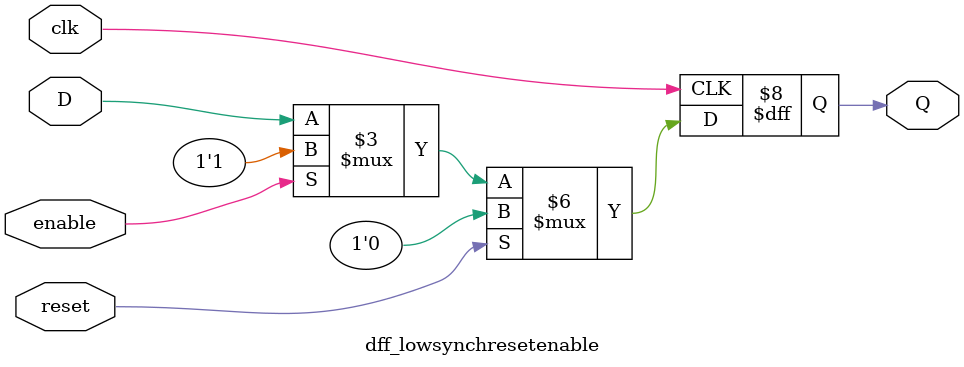
<source format=v>
module dff_lowsynchresetenable(input D, input clk, 
                               input reset, input enable,
                               output reg Q);
  always @(posedge clk) begin
    if (reset) begin
      Q <= 1'b0;
    end
    
    else if (enable) begin
      Q <= 1'b1;
    end
    
    else begin
  	  Q <= D;
    end
    
  end
endmodule
</source>
